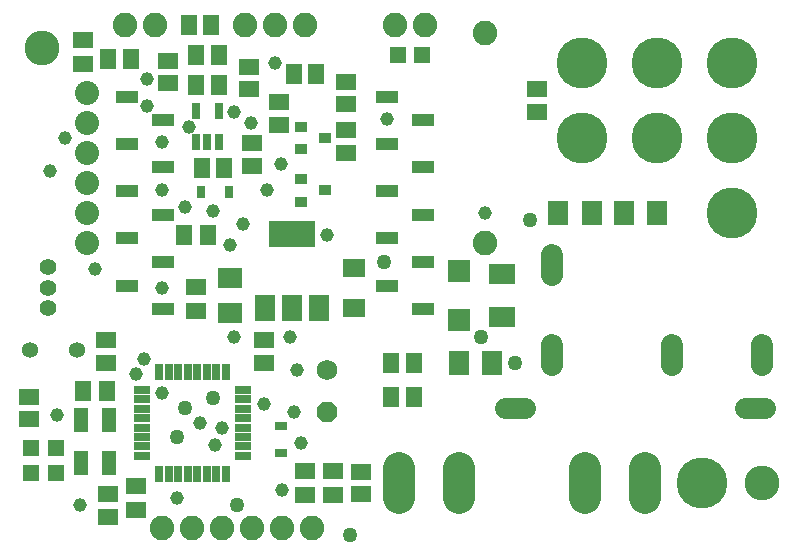
<source format=gts>
G75*
G70*
%OFA0B0*%
%FSLAX24Y24*%
%IPPOS*%
%LPD*%
%AMOC8*
5,1,8,0,0,1.08239X$1,22.5*
%
%ADD10C,0.1162*%
%ADD11R,0.0690X0.0572*%
%ADD12R,0.0493X0.0808*%
%ADD13R,0.0572X0.0690*%
%ADD14R,0.0560X0.0280*%
%ADD15R,0.0280X0.0560*%
%ADD16R,0.0729X0.0395*%
%ADD17R,0.0532X0.0532*%
%ADD18C,0.0454*%
%ADD19C,0.0820*%
%ADD20R,0.0414X0.0375*%
%ADD21C,0.0560*%
%ADD22R,0.0650X0.0850*%
%ADD23R,0.1560X0.0850*%
%ADD24C,0.0535*%
%ADD25C,0.0800*%
%ADD26OC8,0.0690*%
%ADD27C,0.0690*%
%ADD28C,0.0710*%
%ADD29R,0.0296X0.0532*%
%ADD30C,0.0720*%
%ADD31C,0.1700*%
%ADD32R,0.0690X0.0847*%
%ADD33C,0.1060*%
%ADD34R,0.0387X0.0308*%
%ADD35R,0.0308X0.0387*%
%ADD36R,0.0847X0.0651*%
%ADD37R,0.0729X0.0769*%
%ADD38R,0.0887X0.0651*%
%ADD39R,0.0769X0.0611*%
%ADD40C,0.0496*%
%ADD41C,0.0457*%
D10*
X001933Y017431D03*
X025933Y002931D03*
D11*
X012558Y002557D03*
X012558Y003305D03*
X011621Y003325D03*
X010683Y003325D03*
X010683Y002538D03*
X011621Y002538D03*
X009308Y006932D03*
X009308Y007680D03*
X007058Y008663D03*
X007058Y009450D03*
X004058Y007680D03*
X004058Y006932D03*
X001496Y005805D03*
X001496Y005057D03*
X004121Y002555D03*
X005058Y002825D03*
X005058Y002038D03*
X004121Y001807D03*
X008933Y013495D03*
X008933Y014243D03*
X009808Y014870D03*
X009808Y015618D03*
X008808Y016057D03*
X008808Y016805D03*
X006121Y016993D03*
X006121Y016245D03*
X003273Y016895D03*
X003273Y017683D03*
X012058Y016305D03*
X012058Y015557D03*
X012058Y014700D03*
X012058Y013913D03*
X018433Y015307D03*
X018433Y016055D03*
D12*
X004136Y005035D03*
X003231Y005035D03*
X003231Y003578D03*
X004136Y003578D03*
D13*
X004077Y005994D03*
X003290Y005994D03*
X006665Y011181D03*
X007452Y011181D03*
X007247Y013431D03*
X007995Y013431D03*
X007807Y016181D03*
X007059Y016181D03*
X007040Y017181D03*
X007827Y017181D03*
X007557Y018181D03*
X006809Y018181D03*
X004870Y017056D03*
X004122Y017056D03*
X010309Y016556D03*
X011057Y016556D03*
X013559Y006931D03*
X014307Y006931D03*
X014327Y005806D03*
X013540Y005806D03*
D14*
X008623Y005719D03*
X008623Y006034D03*
X008623Y005404D03*
X008623Y005089D03*
X008623Y004774D03*
X008623Y004459D03*
X008623Y004144D03*
X008623Y003829D03*
X005243Y003829D03*
X005243Y004144D03*
X005243Y004459D03*
X005243Y004774D03*
X005243Y005089D03*
X005243Y005404D03*
X005243Y005719D03*
X005243Y006034D03*
D15*
X005831Y006621D03*
X006146Y006621D03*
X006461Y006621D03*
X006776Y006621D03*
X007091Y006621D03*
X007406Y006621D03*
X007721Y006621D03*
X008036Y006621D03*
X008036Y003241D03*
X007721Y003241D03*
X007406Y003241D03*
X007091Y003241D03*
X006776Y003241D03*
X006461Y003241D03*
X006146Y003241D03*
X005831Y003241D03*
D16*
X005943Y008719D03*
X004762Y009506D03*
X005943Y010294D03*
X004762Y011081D03*
X005943Y011868D03*
X004762Y012656D03*
X005943Y013443D03*
X004762Y014231D03*
X005943Y015018D03*
X004762Y015805D03*
X013424Y015805D03*
X014605Y015018D03*
X013424Y014231D03*
X014605Y013443D03*
X013424Y012656D03*
X014605Y011868D03*
X013424Y011081D03*
X014605Y010294D03*
X013424Y009506D03*
X014605Y008719D03*
D17*
X014597Y017181D03*
X013770Y017181D03*
X002371Y004095D03*
X001558Y004095D03*
X001558Y003268D03*
X002371Y003268D03*
D18*
X010433Y006681D03*
X016683Y011931D03*
X013433Y015056D03*
D19*
X016683Y017931D03*
X014683Y018181D03*
X013683Y018181D03*
X010683Y018181D03*
X009683Y018181D03*
X008683Y018181D03*
X005683Y018181D03*
X004683Y018181D03*
X016683Y010931D03*
X010933Y001431D03*
X009933Y001431D03*
X008933Y001431D03*
X007933Y001431D03*
X006933Y001431D03*
X005933Y001431D03*
D20*
X010540Y012307D03*
X011366Y012681D03*
X010540Y013055D03*
X010540Y014057D03*
X011366Y014431D03*
X010540Y014805D03*
D21*
X002121Y010119D03*
X002121Y009431D03*
X002121Y008744D03*
D22*
X009356Y008754D03*
X010256Y008754D03*
X011156Y008754D03*
D23*
X010246Y011234D03*
D24*
X003096Y007369D03*
X001521Y007369D03*
D25*
X003433Y010931D03*
X003433Y011931D03*
X003433Y012931D03*
X003433Y013931D03*
X003433Y014931D03*
X003433Y015931D03*
D26*
X011433Y005294D03*
D27*
X011433Y006694D03*
D28*
X017359Y005431D02*
X018008Y005431D01*
X025359Y005431D02*
X026008Y005431D01*
D29*
X007807Y014292D03*
X007433Y014292D03*
X007059Y014292D03*
X007059Y015321D03*
X007807Y015321D03*
D30*
X018933Y010511D02*
X018933Y009851D01*
X018933Y007511D02*
X018933Y006851D01*
X022933Y006851D02*
X022933Y007511D01*
X025933Y007511D02*
X025933Y006851D01*
D31*
X023933Y002931D03*
X024933Y011931D03*
X024933Y014431D03*
X022433Y014431D03*
X019933Y014431D03*
X019933Y016931D03*
X022433Y016931D03*
X024933Y016931D03*
D32*
X022422Y011931D03*
X021320Y011931D03*
X020235Y011931D03*
X019132Y011931D03*
X016922Y006931D03*
X015820Y006931D03*
D33*
X015833Y003431D02*
X015833Y002431D01*
X013833Y002431D02*
X013833Y003431D01*
X020033Y003431D02*
X020033Y002431D01*
X022033Y002431D02*
X022033Y003431D01*
D34*
X009871Y003916D03*
X009871Y004822D03*
D35*
X008136Y012619D03*
X007231Y012619D03*
D36*
X008183Y009772D03*
X008183Y008591D03*
D37*
X015808Y008374D03*
X015808Y009989D03*
D38*
X017246Y009890D03*
X017246Y008473D03*
D39*
X012308Y008762D03*
X012308Y010101D03*
D40*
X013308Y010306D03*
X016558Y007806D03*
X017683Y006931D03*
X018183Y011681D03*
X007621Y005744D03*
X006683Y005431D03*
X006433Y004459D03*
X008433Y002181D03*
X012183Y001181D03*
D41*
X003183Y002181D03*
X006433Y002431D03*
X007683Y004181D03*
X007933Y004744D03*
X007183Y004931D03*
X005933Y005931D03*
X005058Y006556D03*
X005308Y007056D03*
X008308Y007806D03*
X010182Y007805D03*
X009308Y005556D03*
X010308Y005306D03*
X010558Y004244D03*
X009933Y002681D03*
X002433Y005181D03*
X005933Y009431D03*
X003683Y010056D03*
X006683Y012119D03*
X005933Y012681D03*
X007621Y011994D03*
X008621Y011556D03*
X008183Y010869D03*
X009433Y012681D03*
X009871Y013556D03*
X008871Y014931D03*
X008308Y015306D03*
X006808Y014806D03*
X005933Y014306D03*
X005433Y015494D03*
X005433Y016400D03*
X002683Y014431D03*
X002183Y013338D03*
X009683Y016931D03*
X011433Y011181D03*
M02*

</source>
